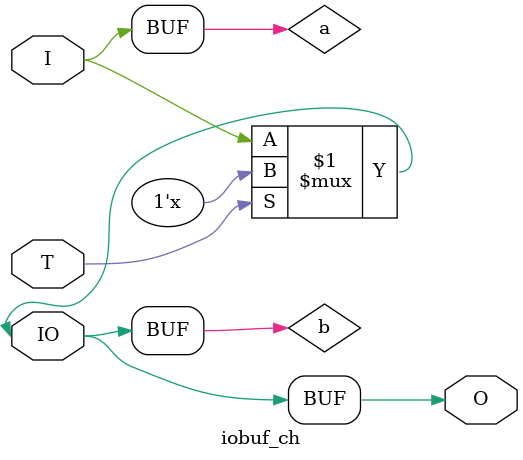
<source format=v>

`timescale 1 ns / 1 ps

module iobuf_ch (
              input I,
              output O,
              input T,
              inout IO
              );



  
 reg  a, b; 
    

  assign IO  = T ? 1'bz : a;
  assign O = b;


  
   always @*
   begin
          b = IO;
          a = I;
   end

  endmodule

</source>
